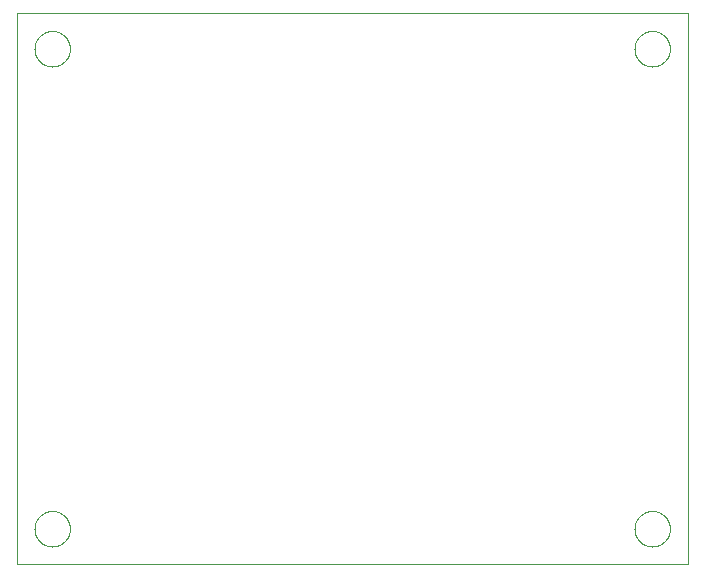
<source format=gbp>
G75*
%MOIN*%
%OFA0B0*%
%FSLAX25Y25*%
%IPPOS*%
%LPD*%
%AMOC8*
5,1,8,0,0,1.08239X$1,22.5*
%
%ADD10C,0.00000*%
D10*
X0014800Y0001750D02*
X0014800Y0185372D01*
X0238422Y0185372D01*
X0238422Y0001750D01*
X0014800Y0001750D01*
X0020705Y0013561D02*
X0020707Y0013714D01*
X0020713Y0013868D01*
X0020723Y0014021D01*
X0020737Y0014173D01*
X0020755Y0014326D01*
X0020777Y0014477D01*
X0020802Y0014628D01*
X0020832Y0014779D01*
X0020866Y0014929D01*
X0020903Y0015077D01*
X0020944Y0015225D01*
X0020989Y0015371D01*
X0021038Y0015517D01*
X0021091Y0015661D01*
X0021147Y0015803D01*
X0021207Y0015944D01*
X0021271Y0016084D01*
X0021338Y0016222D01*
X0021409Y0016358D01*
X0021484Y0016492D01*
X0021561Y0016624D01*
X0021643Y0016754D01*
X0021727Y0016882D01*
X0021815Y0017008D01*
X0021906Y0017131D01*
X0022000Y0017252D01*
X0022098Y0017370D01*
X0022198Y0017486D01*
X0022302Y0017599D01*
X0022408Y0017710D01*
X0022517Y0017818D01*
X0022629Y0017923D01*
X0022743Y0018024D01*
X0022861Y0018123D01*
X0022980Y0018219D01*
X0023102Y0018312D01*
X0023227Y0018401D01*
X0023354Y0018488D01*
X0023483Y0018570D01*
X0023614Y0018650D01*
X0023747Y0018726D01*
X0023882Y0018799D01*
X0024019Y0018868D01*
X0024158Y0018933D01*
X0024298Y0018995D01*
X0024440Y0019053D01*
X0024583Y0019108D01*
X0024728Y0019159D01*
X0024874Y0019206D01*
X0025021Y0019249D01*
X0025169Y0019288D01*
X0025318Y0019324D01*
X0025468Y0019355D01*
X0025619Y0019383D01*
X0025770Y0019407D01*
X0025923Y0019427D01*
X0026075Y0019443D01*
X0026228Y0019455D01*
X0026381Y0019463D01*
X0026534Y0019467D01*
X0026688Y0019467D01*
X0026841Y0019463D01*
X0026994Y0019455D01*
X0027147Y0019443D01*
X0027299Y0019427D01*
X0027452Y0019407D01*
X0027603Y0019383D01*
X0027754Y0019355D01*
X0027904Y0019324D01*
X0028053Y0019288D01*
X0028201Y0019249D01*
X0028348Y0019206D01*
X0028494Y0019159D01*
X0028639Y0019108D01*
X0028782Y0019053D01*
X0028924Y0018995D01*
X0029064Y0018933D01*
X0029203Y0018868D01*
X0029340Y0018799D01*
X0029475Y0018726D01*
X0029608Y0018650D01*
X0029739Y0018570D01*
X0029868Y0018488D01*
X0029995Y0018401D01*
X0030120Y0018312D01*
X0030242Y0018219D01*
X0030361Y0018123D01*
X0030479Y0018024D01*
X0030593Y0017923D01*
X0030705Y0017818D01*
X0030814Y0017710D01*
X0030920Y0017599D01*
X0031024Y0017486D01*
X0031124Y0017370D01*
X0031222Y0017252D01*
X0031316Y0017131D01*
X0031407Y0017008D01*
X0031495Y0016882D01*
X0031579Y0016754D01*
X0031661Y0016624D01*
X0031738Y0016492D01*
X0031813Y0016358D01*
X0031884Y0016222D01*
X0031951Y0016084D01*
X0032015Y0015944D01*
X0032075Y0015803D01*
X0032131Y0015661D01*
X0032184Y0015517D01*
X0032233Y0015371D01*
X0032278Y0015225D01*
X0032319Y0015077D01*
X0032356Y0014929D01*
X0032390Y0014779D01*
X0032420Y0014628D01*
X0032445Y0014477D01*
X0032467Y0014326D01*
X0032485Y0014173D01*
X0032499Y0014021D01*
X0032509Y0013868D01*
X0032515Y0013714D01*
X0032517Y0013561D01*
X0032515Y0013408D01*
X0032509Y0013254D01*
X0032499Y0013101D01*
X0032485Y0012949D01*
X0032467Y0012796D01*
X0032445Y0012645D01*
X0032420Y0012494D01*
X0032390Y0012343D01*
X0032356Y0012193D01*
X0032319Y0012045D01*
X0032278Y0011897D01*
X0032233Y0011751D01*
X0032184Y0011605D01*
X0032131Y0011461D01*
X0032075Y0011319D01*
X0032015Y0011178D01*
X0031951Y0011038D01*
X0031884Y0010900D01*
X0031813Y0010764D01*
X0031738Y0010630D01*
X0031661Y0010498D01*
X0031579Y0010368D01*
X0031495Y0010240D01*
X0031407Y0010114D01*
X0031316Y0009991D01*
X0031222Y0009870D01*
X0031124Y0009752D01*
X0031024Y0009636D01*
X0030920Y0009523D01*
X0030814Y0009412D01*
X0030705Y0009304D01*
X0030593Y0009199D01*
X0030479Y0009098D01*
X0030361Y0008999D01*
X0030242Y0008903D01*
X0030120Y0008810D01*
X0029995Y0008721D01*
X0029868Y0008634D01*
X0029739Y0008552D01*
X0029608Y0008472D01*
X0029475Y0008396D01*
X0029340Y0008323D01*
X0029203Y0008254D01*
X0029064Y0008189D01*
X0028924Y0008127D01*
X0028782Y0008069D01*
X0028639Y0008014D01*
X0028494Y0007963D01*
X0028348Y0007916D01*
X0028201Y0007873D01*
X0028053Y0007834D01*
X0027904Y0007798D01*
X0027754Y0007767D01*
X0027603Y0007739D01*
X0027452Y0007715D01*
X0027299Y0007695D01*
X0027147Y0007679D01*
X0026994Y0007667D01*
X0026841Y0007659D01*
X0026688Y0007655D01*
X0026534Y0007655D01*
X0026381Y0007659D01*
X0026228Y0007667D01*
X0026075Y0007679D01*
X0025923Y0007695D01*
X0025770Y0007715D01*
X0025619Y0007739D01*
X0025468Y0007767D01*
X0025318Y0007798D01*
X0025169Y0007834D01*
X0025021Y0007873D01*
X0024874Y0007916D01*
X0024728Y0007963D01*
X0024583Y0008014D01*
X0024440Y0008069D01*
X0024298Y0008127D01*
X0024158Y0008189D01*
X0024019Y0008254D01*
X0023882Y0008323D01*
X0023747Y0008396D01*
X0023614Y0008472D01*
X0023483Y0008552D01*
X0023354Y0008634D01*
X0023227Y0008721D01*
X0023102Y0008810D01*
X0022980Y0008903D01*
X0022861Y0008999D01*
X0022743Y0009098D01*
X0022629Y0009199D01*
X0022517Y0009304D01*
X0022408Y0009412D01*
X0022302Y0009523D01*
X0022198Y0009636D01*
X0022098Y0009752D01*
X0022000Y0009870D01*
X0021906Y0009991D01*
X0021815Y0010114D01*
X0021727Y0010240D01*
X0021643Y0010368D01*
X0021561Y0010498D01*
X0021484Y0010630D01*
X0021409Y0010764D01*
X0021338Y0010900D01*
X0021271Y0011038D01*
X0021207Y0011178D01*
X0021147Y0011319D01*
X0021091Y0011461D01*
X0021038Y0011605D01*
X0020989Y0011751D01*
X0020944Y0011897D01*
X0020903Y0012045D01*
X0020866Y0012193D01*
X0020832Y0012343D01*
X0020802Y0012494D01*
X0020777Y0012645D01*
X0020755Y0012796D01*
X0020737Y0012949D01*
X0020723Y0013101D01*
X0020713Y0013254D01*
X0020707Y0013408D01*
X0020705Y0013561D01*
X0020705Y0173561D02*
X0020707Y0173714D01*
X0020713Y0173868D01*
X0020723Y0174021D01*
X0020737Y0174173D01*
X0020755Y0174326D01*
X0020777Y0174477D01*
X0020802Y0174628D01*
X0020832Y0174779D01*
X0020866Y0174929D01*
X0020903Y0175077D01*
X0020944Y0175225D01*
X0020989Y0175371D01*
X0021038Y0175517D01*
X0021091Y0175661D01*
X0021147Y0175803D01*
X0021207Y0175944D01*
X0021271Y0176084D01*
X0021338Y0176222D01*
X0021409Y0176358D01*
X0021484Y0176492D01*
X0021561Y0176624D01*
X0021643Y0176754D01*
X0021727Y0176882D01*
X0021815Y0177008D01*
X0021906Y0177131D01*
X0022000Y0177252D01*
X0022098Y0177370D01*
X0022198Y0177486D01*
X0022302Y0177599D01*
X0022408Y0177710D01*
X0022517Y0177818D01*
X0022629Y0177923D01*
X0022743Y0178024D01*
X0022861Y0178123D01*
X0022980Y0178219D01*
X0023102Y0178312D01*
X0023227Y0178401D01*
X0023354Y0178488D01*
X0023483Y0178570D01*
X0023614Y0178650D01*
X0023747Y0178726D01*
X0023882Y0178799D01*
X0024019Y0178868D01*
X0024158Y0178933D01*
X0024298Y0178995D01*
X0024440Y0179053D01*
X0024583Y0179108D01*
X0024728Y0179159D01*
X0024874Y0179206D01*
X0025021Y0179249D01*
X0025169Y0179288D01*
X0025318Y0179324D01*
X0025468Y0179355D01*
X0025619Y0179383D01*
X0025770Y0179407D01*
X0025923Y0179427D01*
X0026075Y0179443D01*
X0026228Y0179455D01*
X0026381Y0179463D01*
X0026534Y0179467D01*
X0026688Y0179467D01*
X0026841Y0179463D01*
X0026994Y0179455D01*
X0027147Y0179443D01*
X0027299Y0179427D01*
X0027452Y0179407D01*
X0027603Y0179383D01*
X0027754Y0179355D01*
X0027904Y0179324D01*
X0028053Y0179288D01*
X0028201Y0179249D01*
X0028348Y0179206D01*
X0028494Y0179159D01*
X0028639Y0179108D01*
X0028782Y0179053D01*
X0028924Y0178995D01*
X0029064Y0178933D01*
X0029203Y0178868D01*
X0029340Y0178799D01*
X0029475Y0178726D01*
X0029608Y0178650D01*
X0029739Y0178570D01*
X0029868Y0178488D01*
X0029995Y0178401D01*
X0030120Y0178312D01*
X0030242Y0178219D01*
X0030361Y0178123D01*
X0030479Y0178024D01*
X0030593Y0177923D01*
X0030705Y0177818D01*
X0030814Y0177710D01*
X0030920Y0177599D01*
X0031024Y0177486D01*
X0031124Y0177370D01*
X0031222Y0177252D01*
X0031316Y0177131D01*
X0031407Y0177008D01*
X0031495Y0176882D01*
X0031579Y0176754D01*
X0031661Y0176624D01*
X0031738Y0176492D01*
X0031813Y0176358D01*
X0031884Y0176222D01*
X0031951Y0176084D01*
X0032015Y0175944D01*
X0032075Y0175803D01*
X0032131Y0175661D01*
X0032184Y0175517D01*
X0032233Y0175371D01*
X0032278Y0175225D01*
X0032319Y0175077D01*
X0032356Y0174929D01*
X0032390Y0174779D01*
X0032420Y0174628D01*
X0032445Y0174477D01*
X0032467Y0174326D01*
X0032485Y0174173D01*
X0032499Y0174021D01*
X0032509Y0173868D01*
X0032515Y0173714D01*
X0032517Y0173561D01*
X0032515Y0173408D01*
X0032509Y0173254D01*
X0032499Y0173101D01*
X0032485Y0172949D01*
X0032467Y0172796D01*
X0032445Y0172645D01*
X0032420Y0172494D01*
X0032390Y0172343D01*
X0032356Y0172193D01*
X0032319Y0172045D01*
X0032278Y0171897D01*
X0032233Y0171751D01*
X0032184Y0171605D01*
X0032131Y0171461D01*
X0032075Y0171319D01*
X0032015Y0171178D01*
X0031951Y0171038D01*
X0031884Y0170900D01*
X0031813Y0170764D01*
X0031738Y0170630D01*
X0031661Y0170498D01*
X0031579Y0170368D01*
X0031495Y0170240D01*
X0031407Y0170114D01*
X0031316Y0169991D01*
X0031222Y0169870D01*
X0031124Y0169752D01*
X0031024Y0169636D01*
X0030920Y0169523D01*
X0030814Y0169412D01*
X0030705Y0169304D01*
X0030593Y0169199D01*
X0030479Y0169098D01*
X0030361Y0168999D01*
X0030242Y0168903D01*
X0030120Y0168810D01*
X0029995Y0168721D01*
X0029868Y0168634D01*
X0029739Y0168552D01*
X0029608Y0168472D01*
X0029475Y0168396D01*
X0029340Y0168323D01*
X0029203Y0168254D01*
X0029064Y0168189D01*
X0028924Y0168127D01*
X0028782Y0168069D01*
X0028639Y0168014D01*
X0028494Y0167963D01*
X0028348Y0167916D01*
X0028201Y0167873D01*
X0028053Y0167834D01*
X0027904Y0167798D01*
X0027754Y0167767D01*
X0027603Y0167739D01*
X0027452Y0167715D01*
X0027299Y0167695D01*
X0027147Y0167679D01*
X0026994Y0167667D01*
X0026841Y0167659D01*
X0026688Y0167655D01*
X0026534Y0167655D01*
X0026381Y0167659D01*
X0026228Y0167667D01*
X0026075Y0167679D01*
X0025923Y0167695D01*
X0025770Y0167715D01*
X0025619Y0167739D01*
X0025468Y0167767D01*
X0025318Y0167798D01*
X0025169Y0167834D01*
X0025021Y0167873D01*
X0024874Y0167916D01*
X0024728Y0167963D01*
X0024583Y0168014D01*
X0024440Y0168069D01*
X0024298Y0168127D01*
X0024158Y0168189D01*
X0024019Y0168254D01*
X0023882Y0168323D01*
X0023747Y0168396D01*
X0023614Y0168472D01*
X0023483Y0168552D01*
X0023354Y0168634D01*
X0023227Y0168721D01*
X0023102Y0168810D01*
X0022980Y0168903D01*
X0022861Y0168999D01*
X0022743Y0169098D01*
X0022629Y0169199D01*
X0022517Y0169304D01*
X0022408Y0169412D01*
X0022302Y0169523D01*
X0022198Y0169636D01*
X0022098Y0169752D01*
X0022000Y0169870D01*
X0021906Y0169991D01*
X0021815Y0170114D01*
X0021727Y0170240D01*
X0021643Y0170368D01*
X0021561Y0170498D01*
X0021484Y0170630D01*
X0021409Y0170764D01*
X0021338Y0170900D01*
X0021271Y0171038D01*
X0021207Y0171178D01*
X0021147Y0171319D01*
X0021091Y0171461D01*
X0021038Y0171605D01*
X0020989Y0171751D01*
X0020944Y0171897D01*
X0020903Y0172045D01*
X0020866Y0172193D01*
X0020832Y0172343D01*
X0020802Y0172494D01*
X0020777Y0172645D01*
X0020755Y0172796D01*
X0020737Y0172949D01*
X0020723Y0173101D01*
X0020713Y0173254D01*
X0020707Y0173408D01*
X0020705Y0173561D01*
X0220705Y0173561D02*
X0220707Y0173714D01*
X0220713Y0173868D01*
X0220723Y0174021D01*
X0220737Y0174173D01*
X0220755Y0174326D01*
X0220777Y0174477D01*
X0220802Y0174628D01*
X0220832Y0174779D01*
X0220866Y0174929D01*
X0220903Y0175077D01*
X0220944Y0175225D01*
X0220989Y0175371D01*
X0221038Y0175517D01*
X0221091Y0175661D01*
X0221147Y0175803D01*
X0221207Y0175944D01*
X0221271Y0176084D01*
X0221338Y0176222D01*
X0221409Y0176358D01*
X0221484Y0176492D01*
X0221561Y0176624D01*
X0221643Y0176754D01*
X0221727Y0176882D01*
X0221815Y0177008D01*
X0221906Y0177131D01*
X0222000Y0177252D01*
X0222098Y0177370D01*
X0222198Y0177486D01*
X0222302Y0177599D01*
X0222408Y0177710D01*
X0222517Y0177818D01*
X0222629Y0177923D01*
X0222743Y0178024D01*
X0222861Y0178123D01*
X0222980Y0178219D01*
X0223102Y0178312D01*
X0223227Y0178401D01*
X0223354Y0178488D01*
X0223483Y0178570D01*
X0223614Y0178650D01*
X0223747Y0178726D01*
X0223882Y0178799D01*
X0224019Y0178868D01*
X0224158Y0178933D01*
X0224298Y0178995D01*
X0224440Y0179053D01*
X0224583Y0179108D01*
X0224728Y0179159D01*
X0224874Y0179206D01*
X0225021Y0179249D01*
X0225169Y0179288D01*
X0225318Y0179324D01*
X0225468Y0179355D01*
X0225619Y0179383D01*
X0225770Y0179407D01*
X0225923Y0179427D01*
X0226075Y0179443D01*
X0226228Y0179455D01*
X0226381Y0179463D01*
X0226534Y0179467D01*
X0226688Y0179467D01*
X0226841Y0179463D01*
X0226994Y0179455D01*
X0227147Y0179443D01*
X0227299Y0179427D01*
X0227452Y0179407D01*
X0227603Y0179383D01*
X0227754Y0179355D01*
X0227904Y0179324D01*
X0228053Y0179288D01*
X0228201Y0179249D01*
X0228348Y0179206D01*
X0228494Y0179159D01*
X0228639Y0179108D01*
X0228782Y0179053D01*
X0228924Y0178995D01*
X0229064Y0178933D01*
X0229203Y0178868D01*
X0229340Y0178799D01*
X0229475Y0178726D01*
X0229608Y0178650D01*
X0229739Y0178570D01*
X0229868Y0178488D01*
X0229995Y0178401D01*
X0230120Y0178312D01*
X0230242Y0178219D01*
X0230361Y0178123D01*
X0230479Y0178024D01*
X0230593Y0177923D01*
X0230705Y0177818D01*
X0230814Y0177710D01*
X0230920Y0177599D01*
X0231024Y0177486D01*
X0231124Y0177370D01*
X0231222Y0177252D01*
X0231316Y0177131D01*
X0231407Y0177008D01*
X0231495Y0176882D01*
X0231579Y0176754D01*
X0231661Y0176624D01*
X0231738Y0176492D01*
X0231813Y0176358D01*
X0231884Y0176222D01*
X0231951Y0176084D01*
X0232015Y0175944D01*
X0232075Y0175803D01*
X0232131Y0175661D01*
X0232184Y0175517D01*
X0232233Y0175371D01*
X0232278Y0175225D01*
X0232319Y0175077D01*
X0232356Y0174929D01*
X0232390Y0174779D01*
X0232420Y0174628D01*
X0232445Y0174477D01*
X0232467Y0174326D01*
X0232485Y0174173D01*
X0232499Y0174021D01*
X0232509Y0173868D01*
X0232515Y0173714D01*
X0232517Y0173561D01*
X0232515Y0173408D01*
X0232509Y0173254D01*
X0232499Y0173101D01*
X0232485Y0172949D01*
X0232467Y0172796D01*
X0232445Y0172645D01*
X0232420Y0172494D01*
X0232390Y0172343D01*
X0232356Y0172193D01*
X0232319Y0172045D01*
X0232278Y0171897D01*
X0232233Y0171751D01*
X0232184Y0171605D01*
X0232131Y0171461D01*
X0232075Y0171319D01*
X0232015Y0171178D01*
X0231951Y0171038D01*
X0231884Y0170900D01*
X0231813Y0170764D01*
X0231738Y0170630D01*
X0231661Y0170498D01*
X0231579Y0170368D01*
X0231495Y0170240D01*
X0231407Y0170114D01*
X0231316Y0169991D01*
X0231222Y0169870D01*
X0231124Y0169752D01*
X0231024Y0169636D01*
X0230920Y0169523D01*
X0230814Y0169412D01*
X0230705Y0169304D01*
X0230593Y0169199D01*
X0230479Y0169098D01*
X0230361Y0168999D01*
X0230242Y0168903D01*
X0230120Y0168810D01*
X0229995Y0168721D01*
X0229868Y0168634D01*
X0229739Y0168552D01*
X0229608Y0168472D01*
X0229475Y0168396D01*
X0229340Y0168323D01*
X0229203Y0168254D01*
X0229064Y0168189D01*
X0228924Y0168127D01*
X0228782Y0168069D01*
X0228639Y0168014D01*
X0228494Y0167963D01*
X0228348Y0167916D01*
X0228201Y0167873D01*
X0228053Y0167834D01*
X0227904Y0167798D01*
X0227754Y0167767D01*
X0227603Y0167739D01*
X0227452Y0167715D01*
X0227299Y0167695D01*
X0227147Y0167679D01*
X0226994Y0167667D01*
X0226841Y0167659D01*
X0226688Y0167655D01*
X0226534Y0167655D01*
X0226381Y0167659D01*
X0226228Y0167667D01*
X0226075Y0167679D01*
X0225923Y0167695D01*
X0225770Y0167715D01*
X0225619Y0167739D01*
X0225468Y0167767D01*
X0225318Y0167798D01*
X0225169Y0167834D01*
X0225021Y0167873D01*
X0224874Y0167916D01*
X0224728Y0167963D01*
X0224583Y0168014D01*
X0224440Y0168069D01*
X0224298Y0168127D01*
X0224158Y0168189D01*
X0224019Y0168254D01*
X0223882Y0168323D01*
X0223747Y0168396D01*
X0223614Y0168472D01*
X0223483Y0168552D01*
X0223354Y0168634D01*
X0223227Y0168721D01*
X0223102Y0168810D01*
X0222980Y0168903D01*
X0222861Y0168999D01*
X0222743Y0169098D01*
X0222629Y0169199D01*
X0222517Y0169304D01*
X0222408Y0169412D01*
X0222302Y0169523D01*
X0222198Y0169636D01*
X0222098Y0169752D01*
X0222000Y0169870D01*
X0221906Y0169991D01*
X0221815Y0170114D01*
X0221727Y0170240D01*
X0221643Y0170368D01*
X0221561Y0170498D01*
X0221484Y0170630D01*
X0221409Y0170764D01*
X0221338Y0170900D01*
X0221271Y0171038D01*
X0221207Y0171178D01*
X0221147Y0171319D01*
X0221091Y0171461D01*
X0221038Y0171605D01*
X0220989Y0171751D01*
X0220944Y0171897D01*
X0220903Y0172045D01*
X0220866Y0172193D01*
X0220832Y0172343D01*
X0220802Y0172494D01*
X0220777Y0172645D01*
X0220755Y0172796D01*
X0220737Y0172949D01*
X0220723Y0173101D01*
X0220713Y0173254D01*
X0220707Y0173408D01*
X0220705Y0173561D01*
X0220705Y0013561D02*
X0220707Y0013714D01*
X0220713Y0013868D01*
X0220723Y0014021D01*
X0220737Y0014173D01*
X0220755Y0014326D01*
X0220777Y0014477D01*
X0220802Y0014628D01*
X0220832Y0014779D01*
X0220866Y0014929D01*
X0220903Y0015077D01*
X0220944Y0015225D01*
X0220989Y0015371D01*
X0221038Y0015517D01*
X0221091Y0015661D01*
X0221147Y0015803D01*
X0221207Y0015944D01*
X0221271Y0016084D01*
X0221338Y0016222D01*
X0221409Y0016358D01*
X0221484Y0016492D01*
X0221561Y0016624D01*
X0221643Y0016754D01*
X0221727Y0016882D01*
X0221815Y0017008D01*
X0221906Y0017131D01*
X0222000Y0017252D01*
X0222098Y0017370D01*
X0222198Y0017486D01*
X0222302Y0017599D01*
X0222408Y0017710D01*
X0222517Y0017818D01*
X0222629Y0017923D01*
X0222743Y0018024D01*
X0222861Y0018123D01*
X0222980Y0018219D01*
X0223102Y0018312D01*
X0223227Y0018401D01*
X0223354Y0018488D01*
X0223483Y0018570D01*
X0223614Y0018650D01*
X0223747Y0018726D01*
X0223882Y0018799D01*
X0224019Y0018868D01*
X0224158Y0018933D01*
X0224298Y0018995D01*
X0224440Y0019053D01*
X0224583Y0019108D01*
X0224728Y0019159D01*
X0224874Y0019206D01*
X0225021Y0019249D01*
X0225169Y0019288D01*
X0225318Y0019324D01*
X0225468Y0019355D01*
X0225619Y0019383D01*
X0225770Y0019407D01*
X0225923Y0019427D01*
X0226075Y0019443D01*
X0226228Y0019455D01*
X0226381Y0019463D01*
X0226534Y0019467D01*
X0226688Y0019467D01*
X0226841Y0019463D01*
X0226994Y0019455D01*
X0227147Y0019443D01*
X0227299Y0019427D01*
X0227452Y0019407D01*
X0227603Y0019383D01*
X0227754Y0019355D01*
X0227904Y0019324D01*
X0228053Y0019288D01*
X0228201Y0019249D01*
X0228348Y0019206D01*
X0228494Y0019159D01*
X0228639Y0019108D01*
X0228782Y0019053D01*
X0228924Y0018995D01*
X0229064Y0018933D01*
X0229203Y0018868D01*
X0229340Y0018799D01*
X0229475Y0018726D01*
X0229608Y0018650D01*
X0229739Y0018570D01*
X0229868Y0018488D01*
X0229995Y0018401D01*
X0230120Y0018312D01*
X0230242Y0018219D01*
X0230361Y0018123D01*
X0230479Y0018024D01*
X0230593Y0017923D01*
X0230705Y0017818D01*
X0230814Y0017710D01*
X0230920Y0017599D01*
X0231024Y0017486D01*
X0231124Y0017370D01*
X0231222Y0017252D01*
X0231316Y0017131D01*
X0231407Y0017008D01*
X0231495Y0016882D01*
X0231579Y0016754D01*
X0231661Y0016624D01*
X0231738Y0016492D01*
X0231813Y0016358D01*
X0231884Y0016222D01*
X0231951Y0016084D01*
X0232015Y0015944D01*
X0232075Y0015803D01*
X0232131Y0015661D01*
X0232184Y0015517D01*
X0232233Y0015371D01*
X0232278Y0015225D01*
X0232319Y0015077D01*
X0232356Y0014929D01*
X0232390Y0014779D01*
X0232420Y0014628D01*
X0232445Y0014477D01*
X0232467Y0014326D01*
X0232485Y0014173D01*
X0232499Y0014021D01*
X0232509Y0013868D01*
X0232515Y0013714D01*
X0232517Y0013561D01*
X0232515Y0013408D01*
X0232509Y0013254D01*
X0232499Y0013101D01*
X0232485Y0012949D01*
X0232467Y0012796D01*
X0232445Y0012645D01*
X0232420Y0012494D01*
X0232390Y0012343D01*
X0232356Y0012193D01*
X0232319Y0012045D01*
X0232278Y0011897D01*
X0232233Y0011751D01*
X0232184Y0011605D01*
X0232131Y0011461D01*
X0232075Y0011319D01*
X0232015Y0011178D01*
X0231951Y0011038D01*
X0231884Y0010900D01*
X0231813Y0010764D01*
X0231738Y0010630D01*
X0231661Y0010498D01*
X0231579Y0010368D01*
X0231495Y0010240D01*
X0231407Y0010114D01*
X0231316Y0009991D01*
X0231222Y0009870D01*
X0231124Y0009752D01*
X0231024Y0009636D01*
X0230920Y0009523D01*
X0230814Y0009412D01*
X0230705Y0009304D01*
X0230593Y0009199D01*
X0230479Y0009098D01*
X0230361Y0008999D01*
X0230242Y0008903D01*
X0230120Y0008810D01*
X0229995Y0008721D01*
X0229868Y0008634D01*
X0229739Y0008552D01*
X0229608Y0008472D01*
X0229475Y0008396D01*
X0229340Y0008323D01*
X0229203Y0008254D01*
X0229064Y0008189D01*
X0228924Y0008127D01*
X0228782Y0008069D01*
X0228639Y0008014D01*
X0228494Y0007963D01*
X0228348Y0007916D01*
X0228201Y0007873D01*
X0228053Y0007834D01*
X0227904Y0007798D01*
X0227754Y0007767D01*
X0227603Y0007739D01*
X0227452Y0007715D01*
X0227299Y0007695D01*
X0227147Y0007679D01*
X0226994Y0007667D01*
X0226841Y0007659D01*
X0226688Y0007655D01*
X0226534Y0007655D01*
X0226381Y0007659D01*
X0226228Y0007667D01*
X0226075Y0007679D01*
X0225923Y0007695D01*
X0225770Y0007715D01*
X0225619Y0007739D01*
X0225468Y0007767D01*
X0225318Y0007798D01*
X0225169Y0007834D01*
X0225021Y0007873D01*
X0224874Y0007916D01*
X0224728Y0007963D01*
X0224583Y0008014D01*
X0224440Y0008069D01*
X0224298Y0008127D01*
X0224158Y0008189D01*
X0224019Y0008254D01*
X0223882Y0008323D01*
X0223747Y0008396D01*
X0223614Y0008472D01*
X0223483Y0008552D01*
X0223354Y0008634D01*
X0223227Y0008721D01*
X0223102Y0008810D01*
X0222980Y0008903D01*
X0222861Y0008999D01*
X0222743Y0009098D01*
X0222629Y0009199D01*
X0222517Y0009304D01*
X0222408Y0009412D01*
X0222302Y0009523D01*
X0222198Y0009636D01*
X0222098Y0009752D01*
X0222000Y0009870D01*
X0221906Y0009991D01*
X0221815Y0010114D01*
X0221727Y0010240D01*
X0221643Y0010368D01*
X0221561Y0010498D01*
X0221484Y0010630D01*
X0221409Y0010764D01*
X0221338Y0010900D01*
X0221271Y0011038D01*
X0221207Y0011178D01*
X0221147Y0011319D01*
X0221091Y0011461D01*
X0221038Y0011605D01*
X0220989Y0011751D01*
X0220944Y0011897D01*
X0220903Y0012045D01*
X0220866Y0012193D01*
X0220832Y0012343D01*
X0220802Y0012494D01*
X0220777Y0012645D01*
X0220755Y0012796D01*
X0220737Y0012949D01*
X0220723Y0013101D01*
X0220713Y0013254D01*
X0220707Y0013408D01*
X0220705Y0013561D01*
M02*

</source>
